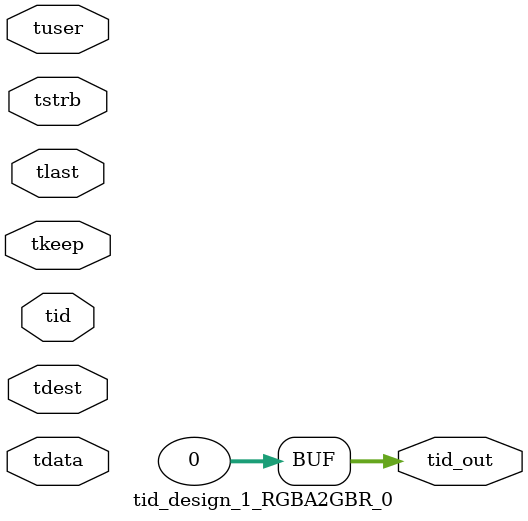
<source format=v>


`timescale 1ps/1ps

module tid_design_1_RGBA2GBR_0 #
(
parameter C_S_AXIS_TID_WIDTH   = 1,
parameter C_S_AXIS_TUSER_WIDTH = 0,
parameter C_S_AXIS_TDATA_WIDTH = 0,
parameter C_S_AXIS_TDEST_WIDTH = 0,
parameter C_M_AXIS_TID_WIDTH   = 32
)
(
input  [(C_S_AXIS_TID_WIDTH   == 0 ? 1 : C_S_AXIS_TID_WIDTH)-1:0       ] tid,
input  [(C_S_AXIS_TDATA_WIDTH == 0 ? 1 : C_S_AXIS_TDATA_WIDTH)-1:0     ] tdata,
input  [(C_S_AXIS_TUSER_WIDTH == 0 ? 1 : C_S_AXIS_TUSER_WIDTH)-1:0     ] tuser,
input  [(C_S_AXIS_TDEST_WIDTH == 0 ? 1 : C_S_AXIS_TDEST_WIDTH)-1:0     ] tdest,
input  [(C_S_AXIS_TDATA_WIDTH/8)-1:0 ] tkeep,
input  [(C_S_AXIS_TDATA_WIDTH/8)-1:0 ] tstrb,
input                                                                    tlast,
output [(C_M_AXIS_TID_WIDTH   == 0 ? 1 : C_M_AXIS_TID_WIDTH)-1:0       ] tid_out
);

assign tid_out = {1'b0};

endmodule


</source>
